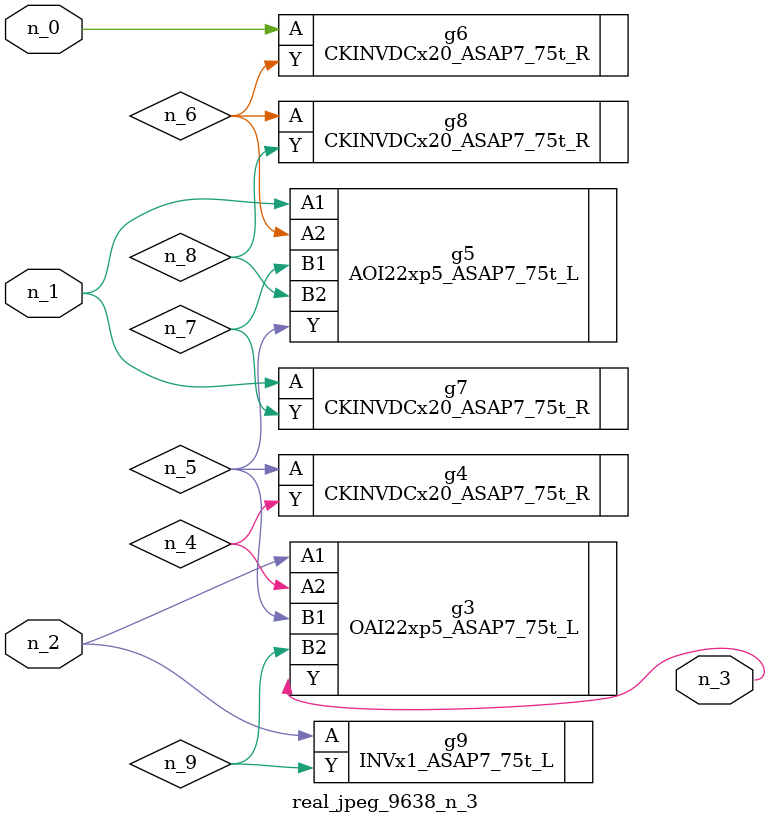
<source format=v>
module real_jpeg_9638_n_3 (n_1, n_0, n_2, n_3);

input n_1;
input n_0;
input n_2;

output n_3;

wire n_5;
wire n_8;
wire n_4;
wire n_6;
wire n_7;
wire n_9;

CKINVDCx20_ASAP7_75t_R g6 ( 
.A(n_0),
.Y(n_6)
);

AOI22xp5_ASAP7_75t_L g5 ( 
.A1(n_1),
.A2(n_6),
.B1(n_7),
.B2(n_8),
.Y(n_5)
);

CKINVDCx20_ASAP7_75t_R g7 ( 
.A(n_1),
.Y(n_7)
);

OAI22xp5_ASAP7_75t_L g3 ( 
.A1(n_2),
.A2(n_4),
.B1(n_5),
.B2(n_9),
.Y(n_3)
);

INVx1_ASAP7_75t_L g9 ( 
.A(n_2),
.Y(n_9)
);

CKINVDCx20_ASAP7_75t_R g4 ( 
.A(n_5),
.Y(n_4)
);

CKINVDCx20_ASAP7_75t_R g8 ( 
.A(n_6),
.Y(n_8)
);


endmodule
</source>
